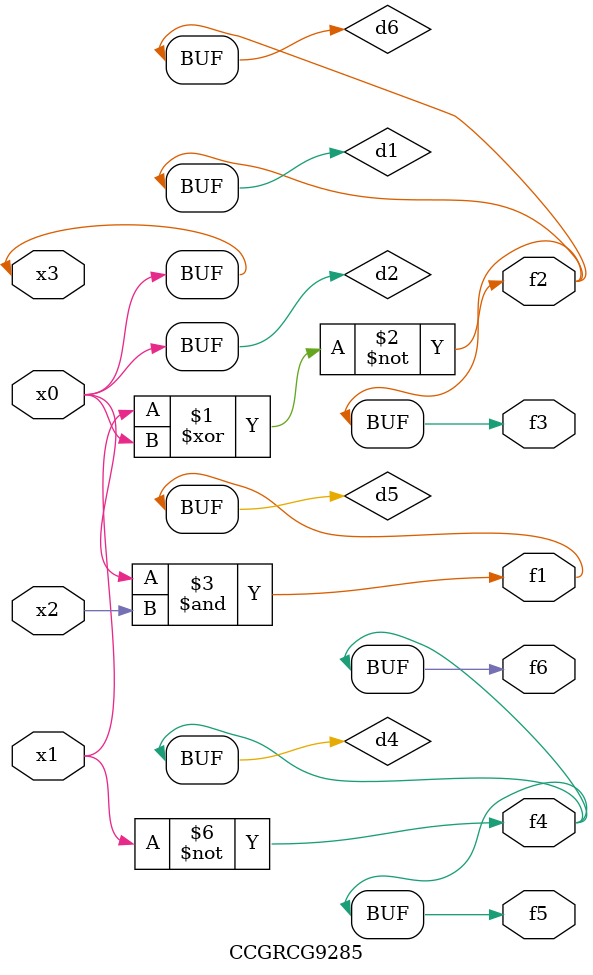
<source format=v>
module CCGRCG9285(
	input x0, x1, x2, x3,
	output f1, f2, f3, f4, f5, f6
);

	wire d1, d2, d3, d4, d5, d6;

	xnor (d1, x1, x3);
	buf (d2, x0, x3);
	nand (d3, x0, x2);
	not (d4, x1);
	nand (d5, d3);
	or (d6, d1);
	assign f1 = d5;
	assign f2 = d6;
	assign f3 = d6;
	assign f4 = d4;
	assign f5 = d4;
	assign f6 = d4;
endmodule

</source>
